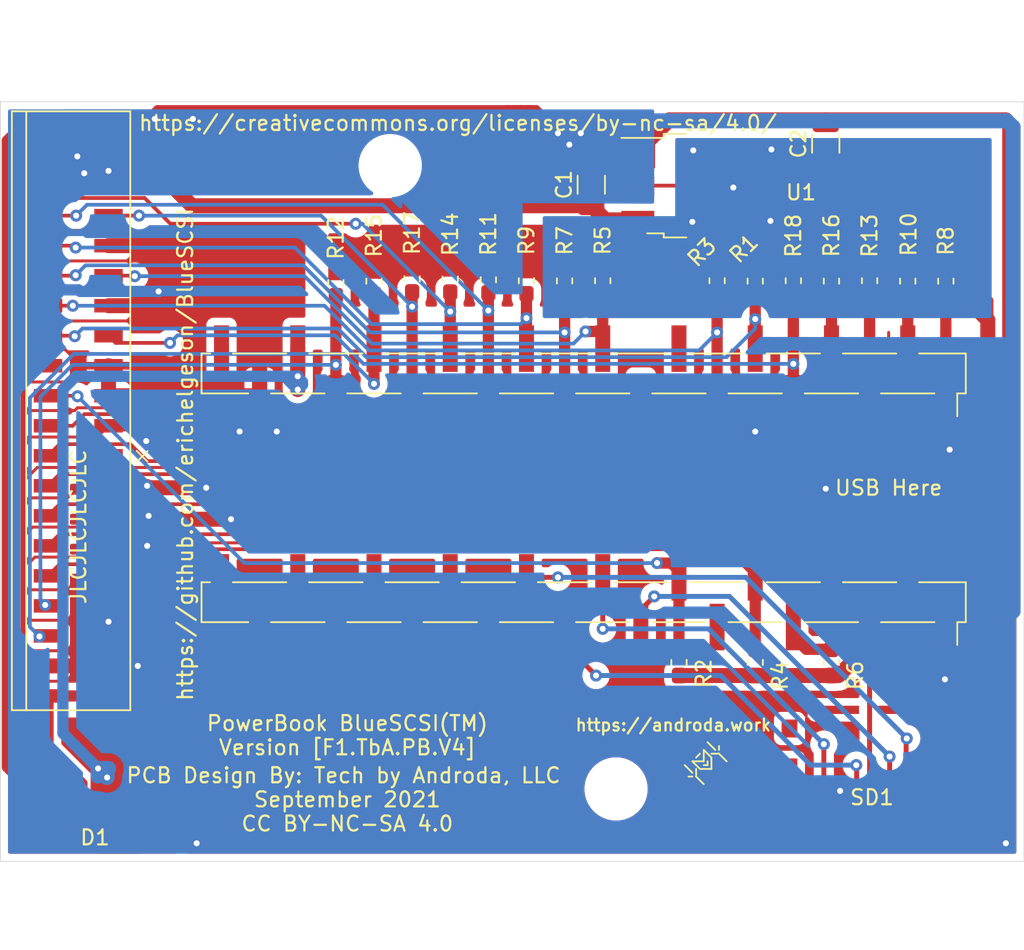
<source format=kicad_pcb>
(kicad_pcb (version 20211014) (generator pcbnew)
  (layers (0 "F.Cu" signal) (31 "B.Cu" signal) (34 "B.Paste" user) (35 "F.Paste" user) (36 "B.SilkS" user "B.Silkscreen") (37 "F.SilkS" user "F.Silkscreen") (38 "B.Mask" user) (39 "F.Mask" user) (44 "Edge.Cuts" user))
  (net 0 "")
  (net 1 "GND")
  (net 2 "Vdrive")
  (net 3 "VBUS")
  (net 4 "+5V")
  (net 5 "Net-(BP1-Pad38)")
  (net 6 "Net-(BP1-Pad37)")
  (net 7 "Net-(BP1-Pad34)")
  (net 8 "Net-(BP1-Pad32)")
  (net 9 "Net-(BP1-Pad31)")
  (net 10 "Net-(BP1-Pad30)")
  (net 11 "Net-(BP1-Pad29)")
  (net 12 "Net-(BP1-Pad28)")
  (net 13 "Net-(BP1-Pad27)")
  (net 14 "Net-(BP1-Pad26)")
  (net 15 "Net-(BP1-Pad25)")
  (net 16 "Net-(BP1-Pad24)")
  (net 17 "Net-(BP1-Pad23)")
  (net 18 "Net-(BP1-Pad22)")
  (net 19 "Net-(BP1-Pad21)")
  (net 20 "Net-(BP1-Pad20)")
  (net 21 "Net-(BP1-Pad9)")
  (net 22 "Net-(BP1-Pad8)")
  (net 23 "Net-(SD1-Pad1)")
  (net 24 "Net-(SD1-Pad8)")
  (net 25 "Net-(SD1-Pad9)")
  (net 26 "Net-(SD1-Pad13)")
  (net 27 "DBP")
  (net 28 "DB2")
  (net 29 "DB3")
  (net 30 "DB5")
  (net 31 "DB7")
  (net 32 "BSY")
  (net 33 "RST")
  (net 34 "SEL")
  (net 35 "REQ")
  (net 36 "DB0")
  (net 37 "DB4")
  (net 38 "DB6")
  (net 39 "ATN")
  (net 40 "ACK")
  (net 41 "MSG")
  (net 42 "CD")
  (net 43 "IO")
  (net 44 "DB1")
  (net 45 "Net-(SD1-Pad10)")
  (net 46 "Net-(SD1-Pad11)")
  (net 47 "Net-(D1-Pad2)")
  (net 48 "Net-(D1-Pad1)")
  (footprint "Package_TO_SOT_SMD:TO-252-3_TabPin2" (layer "F.Cu") (at 111.438 65.786)
    (fp_text reference "U1")
    (fp_text value "AMS1117CD-2.85" hide)
  )
  (footprint "Resistor_SMD:R_0603_1608Metric_Pad1.05x0.95mm_HandSolder" (layer "F.Cu") (at 115.062 72.15 -90)
    (fp_text reference "R1")
    (fp_text value "R_Small" hide)
  )
  (footprint "Resistor_SMD:R_0603_1608Metric_Pad1.05x0.95mm_HandSolder" (layer "F.Cu") (at 109.982 97.550001 90)
    (fp_text reference "R2")
    (fp_text value "R_Small" hide)
  )
  (footprint "Resistor_SMD:R_0603_1608Metric_Pad1.05x0.95mm_HandSolder" (layer "F.Cu") (at 112.522 72.122 -90)
    (fp_text reference "R3")
    (fp_text value "R_Small" hide)
  )
  (footprint "Resistor_SMD:R_0603_1608Metric_Pad1.05x0.95mm_HandSolder" (layer "F.Cu") (at 115.062 97.55 90)
    (fp_text reference "R4")
    (fp_text value "R_Small" hide)
  )
  (footprint "Resistor_SMD:R_0603_1608Metric_Pad1.05x0.95mm_HandSolder" (layer "F.Cu") (at 104.902 72.122 -90)
    (fp_text reference "R5")
    (fp_text value "R_Small" hide)
  )
  (footprint "Resistor_SMD:R_0603_1608Metric_Pad1.05x0.95mm_HandSolder" (layer "F.Cu") (at 120.142 97.55 90)
    (fp_text reference "R6")
    (fp_text value "R_Small" hide)
  )
  (footprint "Resistor_SMD:R_0603_1608Metric_Pad1.05x0.95mm_HandSolder" (layer "F.Cu") (at 102.362 72.136 -90)
    (fp_text reference "R7")
    (fp_text value "R_Small" hide)
  )
  (footprint "Resistor_SMD:R_0603_1608Metric_Pad1.05x0.95mm_HandSolder" (layer "F.Cu") (at 127.762 72.15 -90)
    (fp_text reference "R8")
    (fp_text value "R_Small" hide)
  )
  (footprint "Resistor_SMD:R_0603_1608Metric_Pad1.05x0.95mm_HandSolder" (layer "F.Cu") (at 99.822 72.122 -90)
    (fp_text reference "R9")
    (fp_text value "R_Small" hide)
  )
  (footprint "Resistor_SMD:R_0603_1608Metric_Pad1.05x0.95mm_HandSolder" (layer "F.Cu") (at 125.222 72.15 -90)
    (fp_text reference "R10")
    (fp_text value "R_Small" hide)
  )
  (footprint "Resistor_SMD:R_0603_1608Metric_Pad1.05x0.95mm_HandSolder" (layer "F.Cu") (at 97.282 72.0585 -90)
    (fp_text reference "R11")
    (fp_text value "R_Small" hide)
  )
  (footprint "Resistor_SMD:R_0603_1608Metric_Pad1.05x0.95mm_HandSolder" (layer "F.Cu") (at 87.122 72.249 -90)
    (fp_text reference "R12")
    (fp_text value "R_Small" hide)
  )
  (footprint "Resistor_SMD:R_0603_1608Metric_Pad1.05x0.95mm_HandSolder" (layer "F.Cu") (at 122.682 72.122 -90)
    (fp_text reference "R13")
    (fp_text value "R_Small" hide)
  )
  (footprint "Resistor_SMD:R_0603_1608Metric_Pad1.05x0.95mm_HandSolder" (layer "F.Cu") (at 94.742 72.009 -90)
    (fp_text reference "R14")
    (fp_text value "R_Small" hide)
  )
  (footprint "Resistor_SMD:R_0603_1608Metric_Pad1.05x0.95mm_HandSolder" (layer "F.Cu") (at 89.662 72.15 -90)
    (fp_text reference "R15")
    (fp_text value "R_Small" hide)
  )
  (footprint "Resistor_SMD:R_0603_1608Metric_Pad1.05x0.95mm_HandSolder" (layer "F.Cu") (at 120.142 72.15 -90)
    (fp_text reference "R16")
    (fp_text value "R_Small" hide)
  )
  (footprint "Resistor_SMD:R_0603_1608Metric_Pad1.05x0.95mm_HandSolder" (layer "F.Cu") (at 92.202 71.995 -90)
    (fp_text reference "R17")
    (fp_text value "R_Small" hide)
  )
  (footprint "Resistor_SMD:R_0603_1608Metric_Pad1.05x0.95mm_HandSolder" (layer "F.Cu") (at 117.602 72.122 -90)
    (fp_text reference "R18")
    (fp_text value "R_Small" hide)
  )
  (footprint "CustomFootprints:SMDBluePill_rightLeg1" (layer "F.Cu") (at 103.632 78.2995 -90)
    (fp_text reference "BP1" hide)
    (fp_text value "BlueSCSI")
  )
  (footprint "CustomFootprints:microsd_molex_1051620001" (layer "F.Cu") (at 122.559 104.376)
    (fp_text reference "SD1")
    (fp_text value "MicroSD-105162-0001")
  )
  (footprint "MountingHole:MountingHole_3.2mm_M3" (layer "F.Cu") (at 90.7415 64.4525)
    (fp_text reference "REF**" hide)
    (fp_text value "MountingHole_3.2mm_M3")
  )
  (footprint "MountingHole:MountingHole_3.2mm_M3" (layer "F.Cu") (at 105.791 105.9815)
    (fp_text reference "REF**" hide)
    (fp_text value "MountingHole_3.2mm_M3")
  )
  (footprint "CustomFootprints:PowerBook_BlueSCSI_SMD_Headers" (layer "F.Cu") (at 69.85396 80.82228 180)
    (fp_text reference "J2" hide)
    (fp_text value "PB_SCSI_HD_Pins")
  )
  (footprint "Capacitor_SMD:C_1206_3216Metric" (layer "F.Cu") (at 104.14 65.7255 90)
    (fp_text reference "C1")
    (fp_text value "10uF or greater")
  )
  (footprint "Capacitor_SMD:C_1206_3216Metric" (layer "F.Cu") (at 119.761 62.995 90)
    (fp_text reference "C2")
    (fp_text value "22uF or greater low ESR")
  )
  (footprint "CustomFootprints:SpaceshipBug" (layer "F.Cu") (at 111.379 101.092)
    (fp_text reference "REF**" hide)
    (fp_text value "SpaceshipBug" hide)
  )
  (footprint "CustomFootprints:SOT1061" (layer "F.Cu") (at 68.024 107.061 90)
    (fp_text reference "D1")
    (fp_text value "D_Schottky_x2_KCom_AAK")
  )
  (gr_line (start 73.85558 83.45932) (end 74.57694 84.18068) (layer "F.SilkS") (width 0.12))
  (gr_line (start 73.86828 84.18068) (end 74.57948 83.46948) (layer "F.SilkS") (width 0.12))
  (gr_line (start 132.969 110.8075) (end 132.969 60.198) (layer "Edge.Cuts") (width 0.05))
  (gr_line (start 64.77 60.198) (end 64.77 110.8075) (layer "Edge.Cuts") (width 0.05))
  (gr_line (start 132.969 110.8075) (end 64.77 110.8075) (layer "Edge.Cuts") (width 0.05))
  (gr_line (start 132.969 60.198) (end 64.77 60.198) (layer "Edge.Cuts") (width 0.05))
  (gr_text "PowerBook BlueSCSI(TM)\nVersion [F1.TbA.PB.V4]" (at 87.884 102.4128) (layer "F.SilkS") (effects (font (size 1 1))))
  (gr_text "PCB Design By: Tech by Androda, LLC" (at 87.63 105.0798) (layer "F.SilkS") (effects (font (size 1 1))))
  (gr_text "https://androda.work" (at 109.601 101.727) (layer "F.SilkS") (effects (font (size 0.8 0.8))))
  (gr_text "https://github.com/erichelgeson/BlueSCSI" (at 77.089 83.693 90) (layer "F.SilkS") (effects (font (size 1 1))))
  (gr_text "https://creativecommons.org/licenses/by-nc-sa/4.0/" (at 95.25 61.6204) (layer "F.SilkS") (effects (font (size 1 1))))
  (gr_text "September 2021\nCC BY-NC-SA 4.0" (at 87.884 107.4928) (layer "F.SilkS") (effects (font (size 1 1))))
  (segment (start 69.895491 63.835509) (end 70.947509 63.835509) (width 1) (layer "F.Cu") (net 1))
  (segment (start 70.358 64.9605) (end 69.233009 63.835509) (width 1) (layer "F.Cu") (net 1))
  (segment (start 120.719 106.114) (end 120.719 106.114) (width 0.33) (layer "F.Cu") (net 1))
  (segment (start 74.5525 89.7855) (end 74.601009 89.7855) (width 0.75) (layer "F.Cu") (net 1))
  (segment (start 74.6475 87.7855) (end 74.7045 87.7855) (width 0.75) (layer "F.Cu") (net 1))
  (segment (start 74.546 85.7855) (end 74.546 85.7855) (width 0.75) (layer "F.Cu") (net 1))
  (segment (start 71.975 94.8395) (end 71.975 91.7855) (width 0.75) (layer "F.Cu") (net 1))
  (segment (start 73.925 97.7855) (end 73.925 97.7855) (width 1) (layer "F.Cu") (net 1))
  (segment (start 74.4855 82.804) (end 74.4855 82.804) (width 0.75) (layer "F.Cu") (net 1))
  (segment (start 103.4415 62.2935) (end 106.0255 62.2935) (width 1) (layer "F.Cu") (net 1))
  (segment (start 71.975 64.804) (end 71.975 63.835509) (width 1) (layer "F.Cu") (net 1))
  (segment (start 74.168 61.722) (end 74.168 61.722) (width 0.5) (layer "F.Cu") (net 1))
  (segment (start 74.803 61.087) (end 74.168 61.722) (width 0.5) (layer "F.Cu") (net 1))
  (segment (start 85.677 109.5375) (end 85.677 109.553) (width 1) (layer "F.Cu") (net 1))
  (segment (start 106.0255 62.2935) (end 106.41625 62.68425) (width 1) (layer "F.Cu") (net 1))
  (segment (start 66.61151 68.77049) (end 66.61151 65.11899) (width 0.2) (layer "F.Cu") (net 1))
  (segment (start 75.311 72.8345) (end 73.533 74.6125) (width 0.2) (layer "F.Cu") (net 1))
  (segment (start 71.975 97.7855) (end 70.2355 97.7855) (width 0.2) (layer "F.Cu") (net 1))
  (segment (start 71.975 77.7855) (end 70.4235 77.7855) (width 0.2) (layer "F.Cu") (net 1))
  (segment (start 69.723 94.742) (end 66.675 94.742) (width 0.2) (layer "F.Cu") (net 1))
  (segment (start 98.52149 60.67301) (end 75.21699 60.67301) (width 0.5) (layer "F.Cu") (net 1))
  (segment (start 75.311 72.8345) (end 75.311 70.993) (width 0.2) (layer "F.Cu") (net 1))
  (segment (start 109.3395 61.4045) (end 107.238 63.506) (width 1) (layer "F.Cu") (net 1))
  (segment (start 106.41625 62.68425) (end 107.238 63.506) (width 1) (layer "F.Cu") (net 1))
  (segment (start 69.243511 86.585489) (end 66.830511 86.585489) (width 0.2) (layer "F.Cu") (net 1))
  (segment (start 71.975 65.752) (end 70.612 64.389) (width 1) (layer "F.Cu") (net 1))
  (segment (start 71.975 81.7855) (end 71.224999 82.535501) (width 0.2) (layer "F.Cu") (net 1))
  (segment (start 71.975 64.863) (end 71.975 64.804) (width 1) (layer "F.Cu") (net 1))
  (segment (start 71.975 80.4355) (end 71.825011 80.585489) (width 0.2) (layer "F.Cu") (net 1))
  (segment (start 67.071499 90.535501) (end 66.802 90.805) (width 0.2) (layer "F.Cu") (net 1))
  (segment (start 66.802 90.805) (end 66.675 90.805) (width 0.2) (layer "F.Cu") (net 1))
  (segment (start 101.9175 62.2935) (end 103.4415 62.2935) (width 1) (layer "F.Cu") (net 1))
  (segment (start 71.183 65.7855) (end 70.358 64.9605) (width 1) (layer "F.Cu") (net 1))
  (segment (start 71.975 65.7855) (end 71.975 65.752) (width 1) (layer "F.Cu") (net 1))
  (segment (start 71.975 85.7855) (end 70.0435 85.7855) (width 0.2) (layer "F.Cu") (net 1))
  (segment (start 75.311 72.8345) (end 75.311 70.739) (width 0.2) (layer "F.Cu") (net 1))
  (segment (start 82.042 74.295) (end 82.042 79.9545) (width 1) (layer "F.Cu") (net 1))
  (segment (start 73.533 74.803) (end 66.675 74.803) (width 0.2) (layer "F.Cu") (net 1))
  (segment (start 82.042 81.661) (end 82.55 82.169) (width 1) (layer "F.Cu") (net 1))
  (segment (start 77.5325 69.7855) (end 81.5325 73.7855) (width 1) (layer "F.Cu") (net 1))
  (segment (start 127.762 95.1945) (end 127.762 101.159) (width 1) (layer "F.Cu") (net 1))
  (segment (start 71.975 93.7855) (end 70.6795 93.7855) (width 0.2) (layer "F.Cu") (net 1))
  (segment (start 71.975 87.7855) (end 71.224999 88.535501) (width 0.2) (layer "F.Cu") (net 1))
  (segment (start 66.816499 82.535501) (end 66.802 82.55) (width 0.2) (layer "F.Cu") (net 1))
  (segment (start 102.108 62.2935) (end 103.4415 62.2935) (width 0.5) (layer "F.Cu") (net 1))
  (segment (start 71.975 69.7855) (end 77.5325 69.7855) (width 1) (layer "F.Cu") (net 1))
  (segment (start 103.09349 64.3255) (end 99.441 60.67301) (width 0.5) (layer "F.Cu") (net 1))
  (segment (start 73.533 74.6125) (end 73.533 74.803) (width 0.2) (layer "F.Cu") (net 1))
  (segment (start 107.238 63.506) (end 104.9595 63.506) (width 1) (layer "F.Cu") (net 1))
  (segment (start 71.975 65.7855) (end 71.183 65.7855) (width 1) (layer "F.Cu") (net 1))
  (segment (start 82.042 79.9545) (end 82.042 81.534) (width 1) (layer "F.Cu") (net 1))
  (segment (start 69.909511 80.585489) (end 69.723 80.772) (width 0.2) (layer "F.Cu") (net 1))
  (segment (start 82.042 81.534) (end 81.407 82.169) (width 1) (layer "F.Cu") (net 1))
  (segment (start 131.7625 61.468) (end 132.0165 61.722) (width 1) (layer "F.Cu") (net 1))
  (segment (start 66.61151 76.392012) (end 66.61151 74.73949) (width 0.2) (layer "F.Cu") (net 1))
  (segment (start 131.7625 61.4045) (end 131.7625 61.468) (width 1) (layer "F.Cu") (net 1))
  (segment (start 71.975 89.7855) (end 71.224999 90.535501) (width 0.2) (layer "F.Cu") (net 1))
  (segment (start 120.9675 109.5375) (end 129.2225 109.5375) (width 0.33) (layer "F.Cu") (net 1))
  (segment (start 70.1655 77.7855) (end 69.088 76.708) (width 0.2) (layer "F.Cu") (net 1))
  (segment (start 81.873 79.7855) (end 82.042 79.9545) (width 1) (layer "F.Cu") (net 1))
  (segment (start 78.486 85.9155) (end 74.625991 85.9155) (width 1) (layer "F.Cu") (net 1))
  (segment (start 71.825011 80.585489) (end 69.909511 80.585489) (width 0.2) (layer "F.Cu") (net 1))
  (segment (start 70.3935 91.7855) (end 69.469 92.71) (width 0.2) (layer "F.Cu") (net 1))
  (segment (start 70.0435 85.7855) (end 69.243511 86.585489) (width 0.2) (layer "F.Cu") (net 1))
  (segment (start 127.762 101.159) (end 127.989 101.386) (width 1) (layer "F.Cu") (net 1))
  (segment (start 71.975 87.7855) (end 74.6475 87.7855) (width 0.75) (layer "F.Cu") (net 1))
  (segment (start 104.0765 63.0555) (end 104.0765 63.5635) (width 1) (layer "F.Cu") (net 1))
  (segment (start 125.222 91.694) (end 125.222 91.8845) (width 1) (layer "F.Cu") (net 1))
  (segment (start 70.2355 97.7855) (end 69.215 98.806) (width 0.2) (layer "F.Cu") (net 1))
  (segment (start 120.719 107.946) (end 120.719 106.114) (width 0.33) (layer "F.Cu") (net 1))
  (segment (start 81.5325 73.7855) (end 82.042 74.295) (width 1) (layer "F.Cu") (net 1))
  (segment (start 132.0165 61.722) (end 132.0165 77.4065) (width 1) (layer "F.Cu") (net 1))
  (segment (start 104.14 64.3255) (end 103.9495 64.3255) (width 1) (layer "F.Cu") (net 1))
  (segment (start 69.723 80.772) (end 66.675 80.772) (width 0.2) (layer "F.Cu") (net 1))
  (segment (start 66.61151 70.80251) (end 66.61151 68.77049) (width 0.2) (layer "F.Cu") (net 1))
  (segment (start 71.975 65.7855) (end 71.975 64.863) (width 1) (layer "F.Cu") (net 1))
  (segment (start 69.895491 63.835509) (end 67.945 63.835509) (width 1) (layer "F.Cu") (net 1))
  (segment (start 82.042 79.9545) (end 82.042 81.661) (width 1) (layer "F.Cu") (net 1))
  (segment (start 99.97951 60.67301) (end 101.2825 61.976) (width 0.5) (layer "F.Cu") (net 1))
  (segment (start 73.925 97.7855) (end 85.677 109.5375) (width 1) (layer "F.Cu") (net 1))
  (segment (start 71.975 77.7855) (end 70.1655 77.7855) (width 0.2) (layer "F.Cu") (net 1))
  (segment (start 70.4235 77.7855) (end 69.342 78.867) (width 0.2) (layer "F.Cu") (net 1))
  (segment (start 106.045 63.0555) (end 106.41625 62.68425) (width 1) (layer "F.Cu") (net 1))
  (segment (start 120.719 107.946) (end 120.719 109.278) (width 0.33) (layer "F.Cu") (net 1))
  (segment (start 120.4595 109.5375) (end 116.0145 109.5375) (width 0.33) (layer "F.Cu") (net 1))
  (segment (start 103.9495 64.3255) (end 103.632 64.008) (width 1) (layer "F.Cu") (net 1))
  (segment (start 73.467 81.7855) (end 74.4855 82.804) (width 0.75) (layer "F.Cu") (net 1))
  (segment (start 120.719 109.289) (end 120.9675 109.5375) (width 0.33) (layer "F.Cu") (net 1))
  (segment (start 67.945 97.7855) (end 71.975 97.7855) (width 1) (layer "F.Cu") (net 1))
  (segment (start 70.6795 93.7855) (end 69.723 94.742) (width 0.2) (layer "F.Cu") (net 1))
  (segment (start 99.441 60.67301) (end 98.52149 60.67301) (width 0.5) (layer "F.Cu") (net 1))
  (segment (start 82.55 82.169) (end 83.185 82.169) (width 1) (layer "F.Cu") (net 1))
  (segment (start 75.311 70.739) (end 73.34249 68.77049) (width 0.2) (layer "F.Cu") (net 1))
  (segment (start 74.625991 85.9155) (end 74.546 85.835509) (width 1) (layer "F.Cu") (net 1))
  (segment (start 66.927498 76.708) (end 66.61151 76.392012) (width 0.2) (layer "F.Cu") (net 1))
  (segment (start 71.975 73.7855) (end 81.5325 73.7855) (width 1) (layer "F.Cu") (net 1))
  (segment (start 69.342 78.867) (end 66.548 78.867) (width 0.2) (layer "F.Cu") (net 1))
  (segment (start 102.6795 63.0555) (end 104.0765 63.0555) (width 1) (layer "F.Cu") (net 1))
  (segment (start 66.912499 88.535501) (end 66.675 88.773) (width 0.2) (layer "F.Cu") (net 1))
  (segment (start 99.97951 60.67301) (end 100.23351 60.67301) (width 0.5) (layer "F.Cu") (net 1))
  (segment (start 66.7385 72.8345) (end 66.61151 72.70751) (width 0.2) (layer "F.Cu") (net 1))
  (segment (start 66.830511 86.585489) (end 66.675 86.741) (width 0.2) (layer "F.Cu") (net 1))
  (segment (start 125.222 92.6545) (end 127.762 95.1945) (width 1) (layer "F.Cu") (net 1))
  (segment (start 66.802 82.55) (end 66.421 82.55) (width 0.2) (layer "F.Cu") (net 1))
  (segment (start 123.952 81.274502) (end 123.952 75.565) (width 0.2) (layer "F.Cu") (net 1))
  (segment (start 78.563511 89.584489) (end 114.095489 89.584489) (width 0.2) (layer "F.Cu") (net 1))
  (segment (start 71.975 97.7855) (end 73.925 97.7855) (width 1) (layer "F.Cu") (net 1))
  (segment (start 99.441 60.67301) (end 99.97951 60.67301) (width 0.5) (layer "F.Cu") (net 1))
  (segment (start 98.52149 60.67301) (end 100.48751 60.67301) (width 0.5) (layer "F.Cu") (net 1))
  (segment (start 71.975 81.7855) (end 73.467 81.7855) (width 0.75) (layer "F.Cu") (net 1))
  (segment (start 69.088 76.708) (end 66.927498 76.708) (width 0.2) (layer "F.Cu") (net 1))
  (segment (start 66.675 86.741) (end 66.421 86.741) (width 0.2) (layer "F.Cu") (net 1))
  (segment (start 66.61151 65.11899) (end 67.945 63.7855) (width 0.2) (layer "F.Cu") (net 1))
  (segment (start 78.3625 89.7855) (end 78.563511 89.584489) (width 0.2) (layer "F.Cu") (net 1))
  (segment (start 100.48751 60.67301) (end 102.108 62.2935) (width 0.5) (layer "F.Cu") (net 1))
  (segment (start 80.137 88.011) (end 74.822991 88.011) (width 1) (layer "F.Cu") (net 1))
  (segment (start 67.227988 84.56251) (end 120.663992 84.56251) (width 0.2) (layer "F.Cu") (net 1))
  (segment (start 75.311 70.993) (end 75.12051 70.80251) (width 0.2) (layer "F.Cu") (net 1))
  (segment (start 66.294 86.614) (end 66.294 85.496498) (width 0.2) (layer "F.Cu") (net 1))
  (segment (start 74.5525 89.7855) (end 78.3625 89.7855) (width 0.2) (layer "F.Cu") (net 1))
  (segment (start 71.975 97.7855) (end 71.975 94.8395) (width 0.75) (layer "F.Cu") (net 1))
  (segment (start 81.407 82.169) (end 80.7085 82.169) (width 1) (layer "F.Cu") (net 1))
  (segment (start 119.761 61.4045) (end 131.7625 61.4045) (width 1) (layer "F.Cu") (net 1))
  (segment (start 66.61151 72.70751) (end 66.61151 70.80251) (width 0.2) (layer "F.Cu") (net 1))
  (segment (start 69.215 98.806) (end 66.675 98.806) (width 0.2) (layer "F.Cu") (net 1))
  (segment (start 71.224999 88.535501) (end 66.912499 88.535501) (width 0.2) (layer "F.Cu") (net 1))
  (segment (start 74.822991 88.011) (end 74.6475 87.835509) (width 1) (layer "F.Cu") (net 1))
  (segment (start 71.975 95.7855) (end 70.3305 95.7855) (width 0.2) (layer "F.Cu") (net 1))
  (segment (start 104.14 64.3255) (end 103.09349 64.3255) (width 0.5) (layer "F.Cu") (net 1))
  (segment (start 129.2225 109.5375) (end 129.794 108.966) (width 0.33) (layer "F.Cu") (net 1))
  (segment (start 104.0765 63.5635) (end 103.632 64.008) (width 1) (layer "F.Cu") (net 1))
  (segment (start 66.61151 74.73949) (end 66.61151 72.70751) (width 0.2) (layer "F.Cu") (net 1))
  (segment (start 71.975 89.7855) (end 74.5525 89.7855) (width 0.75) (layer "F.Cu") (net 1))
  (segment (start 71.975 77.7855) (end 71.975 79.7855) (width 1) (layer "F.Cu") (net 1))
  (segment (start 104.9595 63.506) (end 104.14 64.3255) (width 1) (layer "F.Cu") (net 1))
  (segment (start 69.469 92.71) (end 66.675 92.71) (width 0.2) (layer "F.Cu") (net 1))
  (segment (start 71.224999 90.535501) (end 67.071499 90.535501) (width 0.2) (layer "F.Cu") (net 1))
  (segment (start 73.34249 68.77049) (end 66.61151 68.77049) (width 0.2) (layer "F.Cu") (net 1))
  (segment (start 71.975 85.7855) (end 74.546 85.7855) (width 0.75) (layer "F.Cu") (net 1))
  (segment (start 66.294 85.496498) (end 67.227988 84.56251) (width 0.2) (layer "F.Cu") (net 1))
  (segment (start 66.421 86.741) (end 66.294 86.614) (width 0.2) (layer "F.Cu") (net 1))
  (segment (start 66.61151 74.73951) (end 66.61151 74.73949) (width 0.2) (layer "F.Cu") (net 1))
  (segment (start 103.632 64.008) (end 102.6795 63.0555) (width 1) (layer "F.Cu") (net 1))
  (segment (start 71.975 79.7855) (end 81.873 79.7855) (width 1) (layer "F.Cu") (net 1))
  (segment (start 104.0765 63.0555) (end 106.045 63.0555) (width 1) (layer "F.Cu") (net 1))
  (segment (start 70.947509 63.835509) (end 71.975 64.863) (width 1) (layer "F.Cu") (net 1))
  (segment (start 114.095489 89.584489) (end 114.3 89.789) (width 0.2) (layer "F.Cu") (net 1))
  (segment (start 119.761 61.4045) (end 109.3395 61.4045) (width 1) (layer "F.Cu") (net 1))
  (segment (start 120.663992 84.56251) (end 123.952 81.274502) (width 0.2) (layer "F.Cu") (net 1))
  (segment (start 70.3305 95.7855) (end 69.342 96.774) (width 0.2) (layer "F.Cu") (net 1))
  (segment (start 71.975 91.7855) (end 70.3935 91.7855) (width 0.2) (layer "F.Cu") (net 1))
  (segment (start 120.719 107.946) (end 120.719 109.289) (width 0.33) (layer "F.Cu") (net 1))
  (segment (start 71.975 79.7855) (end 71.975 80.4355) (width 0.2) (layer "F.Cu") (net 1))
  (segment (start 129.794 108.966) (end 129.794 103.191) (width 0.33) (layer "F.Cu") (net 1))
  (segment (start 75.311 72.8345) (end 66.7385 72.8345) (width 0.2) (layer "F.Cu") (net 1))
  (segment (start 129.794 103.191) (end 127.989 101.386) (width 0.33) (layer "F.Cu") (net 1))
  (segment (start 69.233009 63.835509) (end 69.895491 63.835509) (width 1) (layer "F.Cu") (net 1))
  (segment (start 120.719 109.278) (end 120.4595 109.5375) (width 0.33) (layer "F.Cu") (net 1))
  (segment (start 75.21699 60.67301) (end 74.803 61.087) (width 0.5) (layer "F.Cu") (net 1))
  (segment (start 75.12051 70.80251) (end 66.61151 70.80251) (width 0.2) (layer "F.Cu") (net 1))
  (segment (start 69.342 96.774) (end 66.675 96.774) (width 0.2) (layer "F.Cu") (net 1))
  (segment (start 66.675 74.803) (end 66.61151 74.73951) (width 0.2) (layer "F.Cu") (net 1))
  (segment (start 125.222 91.8845) (end 125.222 92.6545) (width 1) (layer "F.Cu") (net 1))
  (segment (start 71.224999 82.535501) (end 66.816499 82.535501) (width 0.2) (layer "F.Cu") (net 1))
  (via (at 120.719 106.114) (size 0.8) (drill 0.4) (layers "F.Cu" "B.Cu") (net 1))
  (via (at 77.597 61.341) (size 0.8) (drill 0.4) (layers "F.Cu" "B.Cu") (net 1))
  (via (at 115.062 82.169) (size 0.8) (drill 0.4) (layers "F.Cu" "B.Cu") (net 1))
  (via (at 77.851 109.601) (size 0.8) (drill 0.4) (layers "F.Cu" "B.Cu") (net 1))
  (via (at 127.6985 98.679) (size 0.8) (drill 0.4) (layers "F.Cu" "B.Cu") (net 1))
  (via (at 83.185 82.169) (size 0.8) (drill 0.4) (layers "F.Cu" "B.Cu") (net 1))
  (via (at 74.4855 82.804) (size 0.8) (drill 0.4) (layers "F.Cu" "B.Cu") (net 1))
  (via (at 78.486 85.9155) (size 0.8) (drill 0.4) (layers "F.Cu" "B.Cu") (net 1))
  (via (at 74.6475 87.7855) (size 0.8) (drill 0.4) (layers "F.Cu" "B.Cu") (net 1))
  (via (at 71.975 94.8395) (size 0.8) (drill 0.4) (layers "F.Cu" "B.Cu") (net 1))
  (via (at 75.057 61.341) (size 0.8) (drill 0.4) (layers "F.Cu" "B.Cu") (net 1))
  (via (at 75.311 72.8345) (size 0.8) (drill 0.4) (layers "F.Cu" "B.Cu") (net 1))
  (via (at 128.016 83.3755) (size 0.8) (drill 0.4) (layers "F.Cu" "B.Cu") (net 1))
  (via (at 74.5525 89.7855) (size 0.8) (drill 0.4) (layers "F.Cu" "B.Cu") (net 1))
  (via (at 80.137 88.011) (size 0.8) (drill 0.4) (layers "F.Cu" "B.Cu") (net 1))
  (via (at 101.9175 62.2935) (size 0.8) (drill 0.4) (layers "F.Cu" "B.Cu") (net 1))
  (via (at 71.975 64.804) (size 0.8) (drill 0.4) (layers "F.Cu" "B.Cu") (net 1))
  (via (at 73.925 97.7855) (size 0.8) (drill 0.4) (layers "F.Cu" "B.Cu") (net 1))
  (via (at 131.7625 109.601) (size 0.8) (drill 0.4) (layers "F.Cu" "B.Cu") (net 1))
  (via (at 102.6795 63.0555) (size 0.8) (drill 0.4) (layers "F.Cu" "B.Cu") (net 1))
  (via (at 103.4415 62.2935) (size 0.8) (drill 0.4) (layers "F.Cu" "B.Cu") (net 1))
  (via (at 74.546 85.7855) (size 0.8) (drill 0.4) (layers "F.Cu" "B.Cu") (net 1))
  (via (at 119.761 85.979) (size 0.8) (drill 0.4) (layers "F.Cu" "B.Cu") (net 1))
  (via (at 80.7085 82.169) (size 0.8) (drill 0.4) (layers "F.Cu" "B.Cu") (net 1))
  (via (at 70.358 64.9605) (size 0.8) (drill 0.4) (layers "F.Cu" "B.Cu") (net 1))
  (via (at 69.895491 63.835509) (size 0.8) (drill 0.4) (layers "F.Cu" "B.Cu") (net 1))
  (segment (start 102.6795 63.0555) (end 102.6795 63.0555) (width 1) (layer "B.Cu") (net 1))
  (segment (start 101.9175 62.2935) (end 102.6795 63.0555) (width 1) (layer "B.Cu") (net 1))
  (segment (start 127.6985 98.679) (end 127.6985 98.679) (width 1) (layer "B.Cu") (net 1))
  (segment (start 72.263 61.468) (end 101.092 61.468) (width 1) (layer "B.Cu") (net 1))
  (segment (start 101.5365 63.0555) (end 95.885 68.707) (width 0.2) (layer "B.Cu") (net 1))
  (segment (start 101.092 61.468) (end 101.9175 62.2935) (width 1) (layer "B.Cu") (net 1))
  (segment (start 69.895491 63.835509) (end 69.895491 64.497991) (width 1) (layer "B.Cu") (net 1))
  (segment (start 70.086502 72.8345) (end 69.982003 72.730001) (width 0.75) (layer "B.Cu") (net 1))
  (segment (start 68.239999 69.047001) (end 85.684001 69.047001) (width 0.2) (layer "B.Cu") (net 1))
  (segment (start 70.4215 63.3095) (end 72.263 61.468) (width 1) (layer "B.Cu") (net 1))
  (segment (start 69.895491 63.835509) (end 70.4215 63.3095) (width 1) (layer "B.Cu") (net 1))
  (segment (start 101.092 61.468) (end 108.0135 61.468) (width 1) (layer "B.Cu") (net 1))
  (segment (start 69.982003 72.730001) (end 68.239999 72.730001) (width 0.75) (layer "B.Cu") (net 1))
  (segment (start 68.239999 72.730001) (end 68.094501 72.730001) (width 0.75) (layer "B.Cu") (net 1))
  (segment (start 131.826 61.468) (end 132.24399 61.88599) (width 1) (layer "B.Cu") (net 1))
  (segment (start 85.684001 69.047001) (end 90.551 73.914) (width 0.2) (layer "B.Cu") (net 1))
  (segment (start 132.24399 61.88599) (end 132.24399 94.13351) (width 1) (layer "B.Cu") (net 1))
  (segment (start 132.24399 94.13351) (end 127.6985 98.679) (width 1) (layer "B.Cu") (net 1))
  (segment (start 70.4215 63.3095) (end 70.4215 64.897) (width 1) (layer "B.Cu") (net 1))
  (segment (start 70.4215 64.897) (end 70.358 64.9605) (width 1) (layer "B.Cu") (net 1))
  (segment (start 102.6795 63.0555) (end 101.5365 63.0555) (width 0.2) (layer "B.Cu") (net 1))
  (segment (start 75.311 72.8345) (end 70.086502 72.8345) (width 0.75) (layer "B.Cu") (net 1))
  (segment (start 68.239999 72.730001) (end 68.239999 69.047001) (width 0.2) (layer "B.Cu") (net 1))
  (segment (start 108.0135 61.468) (end 131.826 61.468) (width 1) (layer "B.Cu") (net 1))
  (segment (start 67.945 77.7855) (end 66.495 77.7855) (width 0.5) (layer "F.Cu") (net 2))
  (segment (start 66.549001 62.885499) (end 73.291499 62.885499) (width 0.5) (layer "F.Cu") (net 2))
  (segment (start 104.14 67.1255) (end 77.5315 67.1255) (width 1) (layer "F.Cu") (net 2))
  (segment (start 66.0615 77.352) (end 66.0615 63.373) (width 0.5) (layer "F.Cu") (net 2))
  (segment (start 107.238 68.066) (end 105.0805 68.066) (width 1) (layer "F.Cu") (net 2))
  (segment (start 66.0615 63.373) (end 66.549001 62.885499) (width 0.5) (layer "F.Cu") (net 2))
  (segment (start 73.783 63.377) (end 77.2715 66.8655) (width 0.5) (layer "F.Cu") (net 2))
  (segment (start 77.5315 67.1255) (end 73.783 63.377) (width 1) (layer "F.Cu") (net 2))
  (segment (start 105.0805 68.066) (end 104.14 67.1255) (width 1) (layer "F.Cu") (net 2))
  (segment (start 73.291499 62.885499) (end 73.783 63.377) (width 0.5) (layer "F.Cu") (net 2))
  (segment (start 66.495 77.7855) (end 66.0615 77.352) (width 0.5) (layer "F.Cu") (net 2))
  (segment (start 110.0455 65.786) (end 113.538 65.786) (width 0.25) (layer "F.Cu") (net 3))
  (segment (start 97.0915 70.993) (end 97.282 71.1835) (width 1) (layer "F.Cu") (net 3))
  (segment (start 99.2365 71.1835) (end 104.8385 71.1835) (width 0.75) (layer "F.Cu") (net 3))
  (segment (start 87.63 70.612) (end 88.999 70.612) (width 0.75) (layer "F.Cu") (net 3))
  (segment (start 130.556 74.7395) (end 130.556 73.4695) (width 0.75) (layer "F.Cu") (net 3))
  (segment (start 121.4755 92.545998) (end 130.556 83.465498) (width 1) (layer "F.Cu") (net 3))
  (segment (start 87.122 71.12) (end 87.63 70.612) (width 0.75) (layer "F.Cu") (net 3))
  (segment (start 115.1195 64.2045) (end 113.538 65.786) (width 0.25) (layer "F.Cu") (net 3))
  (segment (start 94.742 70.993) (end 95.9485 70.993) (width 1) (layer "F.Cu") (net 3))
  (segment (start 117.85 64.2045) (end 115.669501 64.2045) (width 1) (layer "F.Cu") (net 3))
  (segment (start 117.85 64.2045) (end 115.1195 64.2045) (width 0.25) (layer "F.Cu") (net 3))
  (segment (start 120.617 98.425) (end 121.4755 97.5665) (width 1) (layer "F.Cu") (net 3))
  (segment (start 107.238 65.786) (end 110.0455 65.786) (width 0.25) (layer "F.Cu") (net 3))
  (segment (start 114.088001 65.786) (end 115.669501 64.2045) (width 0.25) (layer "F.Cu") (net 3))
  (segment (start 95.9485 70.993) (end 97.0915 70.993) (width 1) (layer "F.Cu") (net 3))
  (segment (start 130.556 83.465498) (end 130.556 74.7395) (width 1) (layer "F.Cu") (net 3))
  (segment (start 109.982 98.425001) (end 110.457001 98.425) (width 1) (layer "F.Cu") (net 3))
  (segment (start 92.202 71.12) (end 87.376 71.12) (width 0.75) (layer "F.Cu") (net 3))
  (segment (start 119.761 64.2045) (end 119.761 71.4515) (width 1) (layer "F.Cu") (net 3))
  (segment (start 110.457001 98.425) (end 120.142 98.425) (width 1) (layer "F.Cu") (net 3))
  (segment (start 121.4755 97.5665) (end 121.4755 92.545998) (width 1) (layer "F.Cu") (net 3))
  (segment (start 87.376 71.12) (end 87.122 71.374) (width 0.75) (layer "F.Cu") (net 3))
  (segment (start 87.122 71.374) (end 87.122 71.12) (width 0.75) (layer "F.Cu") (net 3))
  (segment (start 130.556 74.7395) (end 129.568 73.7515) (width 1) (layer "F.Cu") (net 3))
  (segment (start 119.761 64.2045) (end 117.85 64.2045) (width 1) (layer "F.Cu") (net 3))
  (segment (start 89.56116 70.358) (end 89.662 70.358) (width 1) (layer "F.Cu") (net 3))
  (segment (start 113.538 65.786) (end 114.088001 65.786) (width 0.25) (layer "F.Cu") (net 3))
  (segment (start 89.662 71.275) (end 89.662 70.358) (width 0.5) (layer "F.Cu") (net 3))
  (segment (start 91.44 70.358) (end 92.202 71.12) (width 1) (layer "F.Cu") (net 3))
  (segment (start 89.662 70.358) (end 91.44 70.358) (width 1) (layer "F.Cu") (net 3))
  (segment (start 120.142 98.425) (end 120.617 98.425) (width 1) (layer "F.Cu") (net 3))
  (segment (start 92.202 71.12) (end 92.329 71.12) (width 1) (layer "F.Cu") (net 3))
  (segment (start 104.8385 71.1835) (end 104.902 71.247) (width 1) (layer "F.Cu") (net 3))
  (segment (start 97.282 71.1835) (end 99.2365 71.1835) (width 1) (layer "F.Cu") (net 3))
  (segment (start 97.282 71.1835) (end 104.8385 71.1835) (width 1) (layer "F.Cu") (net 3))
  (segment (start 88.999 70.612) (end 89.662 71.275) (width 0.75) (layer "F.Cu") (net 3))
  (via (at 110.9345 63.4365) (size 0.8) (drill 0.4) (layers "F.Cu" "B.Cu") (net 3))
  (via (at 113.6015 65.913) (size 0.8) (drill 0.4) (layers "F.Cu" "B.Cu") (net 3))
  (via (at 110.871 68.199) (size 0.8) (drill 0.4) (layers "F.Cu" "B.Cu") (net 3))
  (via (at 116.1415 63.373) (size 0.8) (drill 0.4) (layers "F.Cu" "B.Cu") (net 3))
  (via (at 116.078 68.1355) (size 0.8) (drill 0.4) (layers "F.Cu" "B.Cu") (net 3))
  (segment (start 84.582 79.375) (end 84.582 79.375) (width 0.75) (layer "F.Cu") (net 4))
  (segment (start 72.024 107.011) (end 71.374 107.011) (width 0.75) (layer "F.Cu") (net 4))
  (segment (start 71.27875 101.69525) (end 71.3105 101.727) (width 1) (layer "F.Cu") (net 4))
  (segment (start 76.708 102.108) (end 76.708 109.474) (width 0.5) (layer "F.Cu") (net 4))
  (segment (start 76.29525 101.69525) (end 76.708 102.108) (width 0.5) (layer "F.Cu") (net 4))
  (segment (start 71.27875 105.31475) (end 71.27875 104.61625) (width 0.75) (layer "F.Cu") (net 4))
  (segment (start 71.27875 104.61625) (end 71.27875 105.88625) (width 1) (layer "F.Cu") (net 4))
  (segment (start 71.27875 104.61625) (end 71.5645 104.902) (width 0.75) (layer "F.Cu") (net 4))
  (segment (start 84.582 79.375) (end 84.582 78.867) (width 1) (layer "F.Cu") (net 4))
  (segment (start 84.582 76.6445) (end 84.582 78.486) (width 0.75) (layer "F.Cu") (net 4))
  (segment (start 71.374 109.347) (end 71.247 109.474) (width 0.5) (layer "F.Cu") (net 4))
  (segment (start 71.27875 104.61625) (end 71.27875 101.69525) (width 1) (layer "F.Cu") (net 4))
  (segment (start 71.27875 101.69525) (end 76.29525 101.69525) (width 0.5) (layer "F.Cu") (net 4))
  (segment (start 84.582 78.867) (end 84.582 76.6445) (width 1) (layer "F.Cu") (net 4))
  (segment (start 71.374 105.9815) (end 71.27875 105.88625) (width 1) (layer "F.Cu") (net 4))
  (segment (start 71.374 107.011) (end 71.374 105.9815) (width 1) (layer "F.Cu") (net 4))
  (segment (start 71.374 109.347) (end 71.374 107.011) (width 1) (layer "F.Cu") (net 4))
  (segment (start 71.8185 105.283) (end 71.882 105.2195) (width 0.75) (layer "F.Cu") (net 4))
  (segment (start 76.708 109.474) (end 72.517 109.474) (width 0.5) (layer "F.Cu") (net 4))
  (via (at 71.27875 104.61625) (size 0.8) (drill 0.4) (layers "F.Cu" "B.Cu") (net 4))
  (via (at 71.882 105.2195) (size 0.8) (drill 0.4) (layers "F.Cu" "B.Cu") (net 4))
  (via (at 84.582 79.375) (size 0.8) (drill 0.4) (layers "F.Cu" "B.Cu") (net 4))
  (via (at 84.582 78.486) (size 0.8) (drill 0.4) (layers "F.Cu" "B.Cu") (net 4))
  (segment (start 71.882 104.7115) (end 71.882 105.2195) (width 1) (layer "B.Cu") (net 4))
  (segment (start 68.938499 79.351499) (end 68.938499 102.275999) (width 0.75) (layer "B.Cu") (net 4))
  (segment (start 83.5025 78.486) (end 69.803998 78.486) (width 0.75) (layer "B.Cu") (net 4))
  (segment (start 84.8995 79.0575) (end 84.582 79.375) (width 0.75) (layer "B.Cu") (net 4))
  (segment (start 83.693 78.486) (end 84.582 79.375) (width 0.75) (layer "B.Cu") (net 4))
  (segment (start 69.803998 78.486) (end 68.938499 79.351499) (width 0.75) (layer "B.Cu") (net 4))
  (segment (start 71.27875 104.61625) (end 71.97725 104.61625) (width 1) (layer "B.Cu") (net 4))
  (segment (start 71.97725 104.61625) (end 71.882 104.7115) (width 1) (layer "B.Cu") (net 4))
  (segment (start 71.27875 104.61625) (end 71.27875 105.12425) (width 1) (layer "B.Cu") (net 4))
  (segment (start 84.582 78.486) (end 84.582 78.5495) (width 0.75) (layer "B.Cu") (net 4))
  (segment (start 84.582 78.486) (end 83.5025 78.486) (width 0.75) (layer "B.Cu") (net 4))
  (segment (start 83.5025 78.486) (end 83.693 78.486) (width 0.75) (layer "B.Cu") (net 4))
  (segment (start 84.8995 78.867) (end 84.8995 79.0575) (width 0.75) (layer "B.Cu") (net 4))
  (segment (start 84.582 78.5495) (end 84.8995 78.867) (width 0.75) (layer "B.Cu") (net 4))
  (segment (start 68.938499 102.275999) (end 71.27875 104.61625) (width 0.75) (layer "B.Cu") (net 4))
  (segment (start 122.682 95.1945) (end 122.682 107.709) (width 0.33) (layer "F.Cu") (net 5))
  (segment (start 122.682 107.709) (end 122.919 107.946) (width 0.33) (layer "F.Cu") (net 5))
  (segment (start 108.331 93.1545) (end 108.331 93.1545) (width 0.33) (layer "F.Cu") (net 8))
  (segment (start 107.442 95.1945) (end 107.442 94.0435) (width 0.33) (layer "F.Cu") (net 8))
  (segment (start 124.019 107.946) (end 124.019 103.826) (width 0.33) (layer "F.Cu") (net 8))
  (segment (start 107.442 94.0435) (end 108.331 93.1545) (width 0.33) (layer "F.Cu") (net 8))
  (segment (start 124.019 103.826) (end 124.0155 103.8225) (width 0.33) (layer "F.Cu") (net 8))
  (via (at 108.331 93.1545) (size 0.8) (drill 0.4) (layers "F.Cu" "B.Cu") (net 8))
  (via (at 124.0155 103.8225) (size 0.8) (drill 0.4) (layers "F.Cu" "B.Cu") (net 8))
  (segment (start 124.0155 103.8225) (end 124.0155 103.8225) (width 0.33) (layer "B.Cu") (net 8))
  (segment (start 113.3475 93.1545) (end 124.0155 103.8225) (width 0.33) (layer "B.Cu") (net 8))
  (segment (start 108.331 93.1545) (end 113.3475 93.1545) (width 0.33) (layer "B.Cu") (net 8))
  (segment (start 104.902 95.3135) (end 104.902 95.3135) (width 0.33) (layer "F.Cu") (net 9))
  (segment (start 119.634 102.997) (end 119.634 107.931) (width 0.33) (layer "F.Cu") (net 9))
  (segment (start 104.902 91.8845) (end 104.902 95.3135) (width 0.33) (layer "F.Cu") (net 9))
  (segment (start 119.634 107.931) (end 119.619 107.946) (width 0.33) (layer "F.Cu") (net 9))
  (via (at 104.902 95.3135) (size 0.8) (drill 0.4) (layers "F.Cu" "B.Cu") (net 9))
  (via (at 119.634 102.997) (size 0.8) (drill 0.4) (layers "F.Cu" "B.Cu") (net 9))
  (segment (start 119.634 102.997) (end 119.634 102.997) (width 0.33) (layer "B.Cu") (net 9))
  (segment (start 111.9505 95.3135) (end 119.634 102.997) (width 0.33) (layer "B.Cu") (net 9))
  (segment (start 104.902 95.3135) (end 111.9505 95.3135) (width 0.33) (layer "B.Cu") (net 9))
  (segment (start 104.4575 98.425) (end 104.4575 98.425) (width 0.33) (layer "F.Cu") (net 10))
  (segment (start 121.819 107.946) (end 121.819 104.42) (width 0.33) (layer "F.Cu") (net 10))
  (segment (start 102.362 96.3295) (end 104.4575 98.425) (width 0.33) (layer "F.Cu") (net 10))
  (segment (start 121.819 104.42) (end 121.793 104.394) (width 0.33) (layer "F.Cu") (net 10))
  (segment (start 102.362 95.1945) (end 102.362 96.3295) (width 0.33) (layer "F.Cu") (net 10))
  (segment (start 121.819 107.946) (end 121.819 106.019) (width 0.33) (layer "F.Cu") (net 10))
  (via (at 121.793 104.394) (size 0.8) (drill 0.4) (layers "F.Cu" "B.Cu") (net 10))
  (via (at 104.4575 98.425) (size 0.8) (drill 0.4) (layers "F.Cu" "B.Cu") (net 10))
  (segment (start 121.793 104.394) (end 121.793 104.394) (width 0.33) (layer "B.Cu") (net 10))
  (segment (start 104.4575 98.425) (end 112.776 98.425) (width 0.33) (layer "B.Cu") (net 10))
  (segment (start 118.745 104.394) (end 121.793 104.394) (width 0.33) (layer "B.Cu") (net 10))
  (segment (start 112.776 98.425) (end 118.745 104.394) (width 0.33) (layer "B.Cu") (net 10))
  (segment (start 101.9175 91.8845) (end 101.9175 91.8845) (width 0.33) (layer "F.Cu") (net 11))
  (segment (start 125.119 107.946) (end 125.119 102.6555) (width 0.33) (layer "F.Cu") (net 11))
  (segment (start 99.822 91.8845) (end 101.9175 91.8845) (width 0.33) (layer "F.Cu") (net 11))
  (segment (start 125.119 102.6555) (end 125.1585 102.616) (width 0.33) (layer "F.Cu") (net 11))
  (via (at 125.1585 102.616) (size 0.8) (drill 0.4) (layers "F.Cu" "B.Cu") (net 11))
  (via (at 101.9175 91.8845) (size 0.8) (drill 0.4) (layers "F.Cu" "B.Cu") (net 11))
  (segment (start 125.1585 102.616) (end 125.1585 102.616) (width 0.33) (layer "B.Cu") (net 11))
  (segment (start 101.9175 91.8845) (end 114.427 91.8845) (width 0.33) (layer "B.Cu") (net 11))
  (segment (start 114.427 91.8845) (end 125.1585 102.616) (width 0.33) (layer "B.Cu") (net 11))
  (segment (start 108.5215 90.932) (end 108.5215 90.932) (width 0.75) (layer "F.Cu") (net 27))
  (segment (start 69.8795 79.7855) (end 69.9135 79.8195) (width 0.25) (layer "F.Cu") (net 27))
  (segment (start 67.945 79.7855) (end 69.8795 79.7855) (width 0.25) (layer "F.Cu") (net 27))
  (segment (start 109.982 91.8845) (end 109.982 96.675001) (width 0.75) (layer "F.Cu") (net 27))
  (segment (start 109.982 91.8845) (end 109.982 91.44) (width 0.75) (layer "F.Cu") (net 27))
  (segment (start 109.982 91.44) (end 109.474 90.932) (width 0.75) (layer "F.Cu") (net 27))
  (segment (start 109.474 90.932) (end 108.5215 90.932) (width 0.75) (layer "F.Cu") (net 27))
  (via (at 69.9135 79.8195) (size 0.8) (drill 0.4) (layers "F.Cu" "B.Cu") (net 27))
  (via (at 108.5215 90.932) (size 0.8) (drill 0.4) (layers "F.Cu" "B.Cu") (net 27))
  (segment (start 69.9135 79.8195) (end 69.9135 79.8195) (width 0.25) (layer "B.Cu") (net 27))
  (segment (start 81.026 90.932) (end 69.9135 79.8195) (width 0.25) (layer "B.Cu") (net 27))
  (segment (start 108.5215 90.932) (end 81.026 90.932) (width 0.25) (layer "B.Cu") (net 27))
  (segment (start 77.740999 91.010499) (end 78.741999 90.009499) (width 0.25) (layer "F.Cu") (net 28))
  (segment (start 68.720001 91.010499) (end 77.740999 91.010499) (width 0.25) (layer "F.Cu") (net 28))
  (segment (start 78.741999 90.009499) (end 113.186999 90.009499) (width 0.25) (layer "F.Cu") (net 28))
  (segment (start 113.186999 90.009499) (end 115.062 91.8845) (width 0.25) (layer "F.Cu") (net 28))
  (segment (start 67.945 91.7855) (end 68.720001 91.010499) (width 0.25) (layer "F.Cu") (net 28))
  (segment (start 115.062 91.8845) (end 115.062 96.675) (width 0.75) (layer "F.Cu") (net 28))
  (segment (start 117.602 91.789498) (end 117.602 95.1945) (width 0.25) (layer "F.Cu") (net 29))
  (segment (start 118.463 96.675) (end 117.602 95.814) (width 0.75) (layer "F.Cu") (net 29))
  (segment (start 67.945 89.7855) (end 68.720001 89.010499) (width 0.25) (layer "F.Cu") (net 29))
  (segment (start 114.823001 89.010499) (end 117.602 91.789498) (width 0.25) (layer "F.Cu") (net 29))
  (segment (start 68.720001 89.010499) (end 114.823001 89.010499) (width 0.25) (layer "F.Cu") (net 29))
  (segment (start 117.602 95.814) (end 117.602 95.1945) (width 0.75) (layer "F.Cu") (net 29))
  (segment (start 120.142 96.675) (end 118.463 96.675) (width 0.75) (layer "F.Cu") (net 29))
  (segment (start 67.945 85.7855) (end 68.720001 85.010499) (width 0.25) (layer "F.Cu") (net 30))
  (segment (start 125.222 74.2315) (end 125.222 76.6445) (width 0.75) (layer "F.Cu") (net 30))
  (segment (start 125.222 73.025) (end 125.222 74.2315) (width 0.75) (layer "F.Cu") (net 30))
  (segment (start 125.222 82.3595) (end 125.222 76.6445) (width 0.25) (layer "F.Cu") (net 30))
  (segment (start 68.720001 85.010499) (end 122.571001 85.010499) (width 0.25) (layer "F.Cu") (net 30))
  (segment (start 122.571001 85.010499) (end 125.222 82.3595) (width 0.25) (layer "F.Cu") (net 30))
  (segment (start 120.142 81.407) (end 120.142 81.407) (width 0.25) (layer "F.Cu") (net 31))
  (segment (start 69.5935 81.7855) (end 69.5935 81.7855) (width 0.25) (layer "F.Cu") (net 31))
  (segment (start 120.142 76.6445) (end 120.142 81.407) (width 0.25) (layer "F.Cu") (net 31))
  (segment (start 69.5935 81.7855) (end 70.368501 81.010499) (width 0.25) (layer "F.Cu") (net 31))
  (segment (start 70.368501 81.010499) (end 74.025499 81.010499) (width 0.25) (layer "F.Cu") (net 31))
  (segment (start 120.142 76.6445) (end 120.142 73.5825) (width 0.75) (layer "F.Cu") (net 31))
  (segment (start 76.3905 83.3755) (end 118.1735 83.3755) (width 0.25) (layer "F.Cu") (net 31))
  (segment (start 118.1735 83.3755) (end 120.142 81.407) (width 0.25) (layer "F.Cu") (net 31))
  (segment (start 74.025499 81.010499) (end 76.3905 83.3755) (width 0.25) (layer "F.Cu") (net 31))
  (segment (start 67.945 81.7855) (end 69.5935 81.7855) (width 0.25) (layer "F.Cu") (net 31))
  (segment (start 115.062 74.676) (end 115.062 73.519) (width 0.75) (layer "F.Cu") (net 32))
  (segment (start 115.062 76.6445) (end 115.062 74.676) (width 0.75) (layer "F.Cu") (net 32))
  (segment (start 67.945 75.7855) (end 69.753 75.7855) (width 0.25) (layer "F.Cu") (net 32))
  (via (at 69.723 75.819) (size 0.8) (drill 0.4) (layers "F.Cu" "B.Cu") (net 32))
  (via (at 115.062 74.676) (size 0.8) (drill 0.4) (layers "F.Cu" "B.Cu") (net 32))
  (segment (start 69.723 75.819) (end 69.723 75.819) (width 0.25) (layer "B.Cu") (net 32))
  (segment (start 70.23651 75.30549) (end 69.723 75.819) (width 0.25) (layer "B.Cu") (net 32))
  (segment (start 115.062 74.676) (end 115.062 75.304502) (width 0.25) (layer "B.Cu") (net 32))
  (segment (start 113.156012 77.21049) (end 89.15131 77.21049) (width 0.25) (layer "B.Cu") (net 32))
  (segment (start 87.24631 75.30549) (end 70.23651 75.30549) (width 0.25) (layer "B.Cu") (net 32))
  (segment (start 115.062 75.304502) (end 113.156012 77.21049) (width 0.25) (layer "B.Cu") (net 32))
  (segment (start 89.15131 77.21049) (end 87.24631 75.30549) (width 0.25) (layer "B.Cu") (net 32))
  (segment (start 104.902 74.676) (end 104.902 73.519) (width 0.75) (layer "F.Cu") (net 33))
  (segment (start 103.759 75.5015) (end 104.902 75.5015) (width 0.75) (layer "F.Cu") (net 33))
  (segment (start 104.902 74.676) (end 104.902 76.6445) (width 0.75) (layer "F.Cu") (net 33))
  (segment (start 71.975 71.7855) (end 73.6905 71.7855) (width 0.25) (layer "F.Cu") (net 33))
  (segment (start 73.6905 71.7855) (end 73.7235 71.8185) (width 0.25) (layer "F.Cu") (net 33))
  (via (at 73.7235 71.8185) (size 0.8) (drill 0.4) (layers "F.Cu" "B.Cu") (net 33))
  (via (at 103.759 75.5015) (size 0.8) (drill 0.4) (layers "F.Cu" "B.Cu") (net 33))
  (segment (start 73.7235 71.8185) (end 73.7235 71.8185) (width 0.25) (layer "B.Cu") (net 33))
  (segment (start 85.03214 71.8185) (end 73.7235 71.8185) (width 0.25) (layer "B.Cu") (net 33))
  (segment (start 89.52411 76.31047) (end 85.03214 71.8185) (width 0.25) (layer "B.Cu") (net 33))
  (segment (start 103.759 75.5015) (end 102.95003 76.31047) (width 0.25) (layer "B.Cu") (net 33))
  (segment (start 102.95003 76.31047) (end 102.75953 76.31047) (width 0.25) (layer "B.Cu") (net 33))
  (segment (start 102.75953 76.31047) (end 89.52411 76.31047) (width 0.25) (layer "B.Cu") (net 33))
  (segment (start 99.822 74.6125) (end 99.822 73.519) (width 0.75) (layer "F.Cu") (net 34))
  (segment (start 69.6585 69.7855) (end 69.7865 69.9135) (width 0.25) (layer "F.Cu") (net 34))
  (segment (start 99.822 76.6445) (end 99.822 74.6125) (width 0.75) (layer "F.Cu") (net 34))
  (segment (start 67.945 69.7855) (end 69.6585 69.7855) (width 0.25) (layer "F.Cu") (net 34))
  (via (at 99.822 74.6125) (size 0.8) (drill 0.4) (layers "F.Cu" "B.Cu") (net 34))
  (via (at 69.7865 69.9135) (size 0.8) (drill 0.4) (layers "F.Cu" "B.Cu") (net 34))
  (segment (start 69.7865 69.9135) (end 69.7865 69.9135) (width 0.25) (layer "B.Cu") (net 34))
  (segment (start 99.822 74.6125) (end 99.422001 75.012499) (width 0.25) (layer "B.Cu") (net 34))
  (segment (start 89.498959 75.012499) (end 84.39996 69.9135) (width 0.25) (layer "B.Cu") (net 34))
  (segment (start 99.422001 75.012499) (end 89.498959 75.012499) (width 0.25) (layer "B.Cu") (net 34))
  (segment (start 84.39996 69.9135) (end 69.7865 69.9135) (width 0.25) (layer "B.Cu") (net 34))
  (segment (start 94.742 74.17562) (end 94.742 74.6125) (width 0.75) (layer "F.Cu") (net 35))
  (segment (start 74.381508 66.61051) (end 76.096998 68.326) (width 0.25) (layer "F.Cu") (net 35))
  (segment (start 94.742 72.884) (end 94.742 74.17562) (width 0.75) (layer "F.Cu") (net 35))
  (segment (start 67.945 65.7855) (end 68.77001 66.61051) (width 0.25) (layer "F.Cu") (net 35))
  (segment (start 76.096998 68.326) (end 88.4428 68.326) (width 0.25) (layer "F.Cu") (net 35))
  (segment (start 94.742 76.6445) (end 94.742 74.6125) (width 0.75) (layer "F.Cu") (net 35))
  (segment (start 68.77001 66.61051) (end 74.381508 66.61051) (width 0.25) (layer "F.Cu") (net 35))
  (via (at 88.4428 68.326) (size 0.8) (drill 0.4) (layers "F.Cu" "B.Cu") (net 35))
  (via (at 94.742 74.17562) (size 0.8) (drill 0.4) (layers "F.Cu" "B.Cu") (net 35))
  (segment (start 88.89238 68.326) (end 88.4428 68.326) (width 0.25) (layer "B.Cu") (net 35))
  (segment (start 94.742 74.17562) (end 88.89238 68.326) (width 0.25) (layer "B.Cu") (net 35))
  (segment (start 89.662 78.994) (end 89.662 78.994) (width 0.75) (layer "F.Cu") (net 36))
  (segment (start 89.662 76.6445) (end 89.662 73.505) (width 0.75) (layer "F.Cu") (net 36))
  (segment (start 89.662 76.6445) (end 89.662 78.994) (width 0.75) (layer "F.Cu") (net 36))
  (segment (start 89.662 73.505) (end 89.662 73.2155) (width 0.75) (layer "F.Cu") (net 36))
  (via (at 89.662 78.994) (size 0.8) (drill 0.4) (layers "F.Cu" "B.Cu") (net 36))
  (via (at 67.3735 95.8215) (size 0.8) (drill 0.4) (layers "F.Cu" "B.Cu") (net 36))
  (segment (start 67.3735 95.8215) (end 67.3735 95.8215) (width 0.25) (layer "B.Cu") (net 36))
  (segment (start 66.7385 95.1865) (end 67.3735 95.8215) (width 0.25) (layer "B.Cu") (net 36))
  (segment (start 69.664627 76.998999) (end 66.7385 79.925126) (width 0.25) (layer "B.Cu") (net 36))
  (segment (start 66.7385 79.925126) (end 66.7385 95.1865) (width 0.25) (layer "B.Cu") (net 36))
  (segment (start 87.666999 76.998999) (end 69.664627 76.998999) (width 0.25) (layer "B.Cu") (net 36))
  (segment (start 89.662 78.994) (end 87.666999 76.998999) (width 0.25) (layer "B.Cu") (net 36))
  (segment (start 127.762 81.437998) (end 127.762 79.9545) (width 0.25) (layer "F.Cu") (net 37))
  (segment (start 67.945 87.7855) (end 68.720001 87.010499) (width 0.25) (layer "F.Cu") (net 37))
  (segment (start 68.720001 87.010499) (end 122.189499 87.010499) (width 0.25) (layer "F.Cu") (net 37))
  (segment (start 127.762 75.5015) (end 127.762 73.025) (width 0.75) (layer "F.Cu") (net 37))
  (segment (start 127.762 79.9545) (end 127.762 75.5015) (width 0.75) (layer "F.Cu") (net 37))
  (segment (start 122.189499 87.010499) (end 127.762 81.437998) (width 0.25) (layer "F.Cu") (net 37))
  (segment (start 122.682 80.994498) (end 122.682 79.9545) (width 0.25) (layer "F.Cu") (net 38))
  (segment (start 122.682 75.565) (end 122.682 72.997) (width 0.75) (layer "F.Cu") (net 38))
  (segment (start 67.945 83.7855) (end 68.720001 83.010499) (width 0.25) (layer "F.Cu") (net 38))
  (segment (start 68.720001 83.010499) (end 73.421999 83.010499) (width 0.25) (layer "F.Cu") (net 38))
  (segment (start 119.538998 84.1375) (end 122.682 80.994498) (width 0.25) (layer "F.Cu") (net 38))
  (segment (start 73.421999 83.010499) (end 74.549 84.1375) (width 0.25) (layer "F.Cu") (net 38))
  (segment (start 74.549 84.1375) (end 119.538998 84.1375) (width 0.25) (layer "F.Cu") (net 38))
  (segment (start 122.682 79.9545) (end 122.682 75.565) (width 0.75) (layer "F.Cu") (net 38))
  (segment (start 117.602 77.6605) (end 117.602 75.565) (width 0.75) (layer "F.Cu") (net 39))
  (segment (start 72.453 76.2635) (end 71.975 75.7855) (width 0.25) (layer "F.Cu") (net 39))
  (segment (start 117.602 75.565) (end 117.602 72.997) (width 0.75) (layer "F.Cu") (net 39))
  (segment (start 117.602 79.9545) (end 117.602 77.6605) (width 0.75) (layer "F.Cu") (net 39))
  (segment (start 76.073 76.2635) (end 72.453 76.2635) (width 0.25) (layer "F.Cu") (net 39))
  (via (at 76.073 76.2635) (size 0.8) (drill 0.4) (layers "F.Cu" "B.Cu") (net 39))
  (via (at 117.602 77.6605) (size 0.8) (drill 0.4) (layers "F.Cu" "B.Cu") (net 39))
  (segment (start 76.073 76.2635) (end 76.073 76.2635) (width 0.25) (layer "B.Cu") (net 39))
  (segment (start 77.4065 75.7555) (end 76.581 75.7555) (width 0.25) (layer "B.Cu") (net 39))
  (segment (start 87.05991 75.7555) (end 77.4065 75.7555) (width 0.25) (layer "B.Cu") (net 39))
  (segment (start 117.602 77.6605) (end 88.96491 77.6605) (width 0.25) (layer "B.Cu") (net 39))
  (segment (start 88.96491 77.6605) (end 87.05991 75.7555) (width 0.25) (layer "B.Cu") (net 39))
  (segment (start 76.581 75.7555) (end 76.073 76.2635) (width 0.25) (layer "B.Cu") (net 39))
  (segment (start 112.522 76.7715) (end 112.522 75.565) (width 0.75) (layer "F.Cu") (net 40))
  (segment (start 67.945 73.7855) (end 69.5945 73.7855) (width 0.25) (layer "F.Cu") (net 40))
  (segment (start 112.522 79.9545) (end 112.522 76.7715) (width 0.75) (layer "F.Cu") (net 40))
  (segment (start 112.522 72.997) (end 112.522 75.565) (width 0.75) (layer "F.Cu") (net 40))
  (via (at 69.596 73.787) (size 0.8) (drill 0.4) (layers "F.Cu" "B.Cu") (net 40))
  (via (at 112.522 75.565) (size 0.8) (drill 0.4) (layers "F.Cu" "B.Cu") (net 40))
  (segment (start 69.596 73.787) (end 69.5325 73.787) (width 0.25) (layer "B.Cu") (net 40))
  (segment (start 89.33771 76.76048) (end 86.36423 73.787) (width 0.25) (layer "B.Cu") (net 40))
  (segment (start 112.522 75.565) (end 111.32652 76.76048) (width 0.25) (layer "B.Cu") (net 40))
  (segment (start 111.32652 76.76048) (end 111.05048 76.76048) (width 0.25) (layer "B.Cu") (net 40))
  (segment (start 86.36423 73.787) (end 69.596 73.787) (width 0.25) (layer "B.Cu") (net 40))
  (segment (start 111.05048 76.76048) (end 89.33771 76.76048) (width 0.25) (layer "B.Cu") (net 40))
  (segment (start 102.362 76.7715) (end 102.362 75.551) (width 0.75) (layer "F.Cu") (net 41))
  (segment (start 67.945 71.7855) (end 69.756 71.7855) (width 0.25) (layer "F.Cu") (net 41))
  (segment (start 102.362 79.9545) (end 102.362 76.7715) (width 0.75) (layer "F.Cu") (net 41))
  (segment (start 69.756 71.7855) (end 69.7865 71.755) (width 0.25) (layer "F.Cu") (net 41))
  (segment (start 102.362 73.011) (end 102.362 74.5845) (width 0.75) (layer "F.Cu") (net 41))
  (segment (start 102.362 74.5845) (end 102.362 75.565) (width 0.75) (layer "F.Cu") (net 41))
  (via (at 69.7865 71.755) (size 0.8) (drill 0.4) (layers "F.Cu" "B.Cu") (net 41))
  (via (at 102.362 75.565) (size 0.8) (drill 0.4) (layers "F.Cu" "B.Cu") (net 41))
  (segment (start 69.7865 71.755) (end 69.723 71.8185) (width 0.25) (layer "B.Cu") (net 41))
  (segment (start 84.943549 71.093499) (end 70.448001 71.093499) (width 0.25) (layer "B.Cu") (net 41))
  (segment (start 70.448001 71.093499) (end 69.7865 71.755) (width 0.25) (layer "B.Cu") (net 41))
  (segment (start 89.41505 75.565) (end 84.943549 71.093499) (width 0.25) (layer "B.Cu") (net 41))
  (segment (start 102.362 75.565) (end 89.41505 75.565) (width 0.25) (layer "B.Cu") (net 41))
  (segment (start 69.8175 67.7855) (end 69.8175 67.7855) (width 0.25) (layer "F.Cu") (net 42))
  (segment (start 97.282 75.551) (end 97.282 72.9335) (width 0.75) (layer "F.Cu") (net 42))
  (segment (start 67.945 67.7855) (end 69.8175 67.7855) (width 0.25) (layer "F.Cu") (net 42))
  (segment (start 97.282 79.9545) (end 97.282 75.551) (width 0.75) (layer "F.Cu") (net 42))
  (via (at 69.8175 67.7855) (size 0.8) (drill 0.4) (layers "F.Cu" "B.Cu") (net 42))
  (via (at 97.282 74.1045) (size 0.8) (drill 0.4) (layers "F.Cu" "B.Cu") (net 42))
  (segment (start 97.282 74.1045) (end 90.237999 67.060499) (width 0.25) (layer "B.Cu") (net 42))
  (segment (start 90.237999 67.060499) (end 70.542501 67.060499) (width 0.25) (layer "B.Cu") (net 42))
  (segment (start 70.542501 67.060499) (end 69.8175 67.7855) (width 0.25) (layer "B.Cu") (net 42))
  (segment (start 74.0085 67.7855) (end 74.0085 67.7855) (width 0.25) (layer "F.Cu") (net 43))
  (segment (start 92.202 75.551) (end 92.202 72.87) (width 0.75) (layer "F.Cu") (net 43))
  (segment (start 92.202 79.9545) (end 92.202 75.551) (width 0.75) (layer "F.Cu") (net 43))
  (segment (start 71.975 67.7855) (end 74.0085 67.7855) (width 0.25) (layer "F.Cu") (net 43))
  (via (at 92.202 73.8505) (size 0.8) (drill 0.4) (layers "F.Cu" "B.Cu") (net 43))
  (via (at 74.0085 67.7855) (size 0.8) (drill 0.4) (layers "F.Cu" "B.Cu") (net 43))
  (segment (start 74.0085 67.7855) (end 86.137 67.7855) (width 0.25) (layer "B.Cu") (net 43))
  (segment (start 86.137 67.7855) (end 92.202 73.8505) (width 0.25) (layer "B.Cu") (net 43))
  (segment (start 87.122 79.9545) (end 87.122 77.724) (width 0.75) (layer "F.Cu") (net 44))
  (segment (start 87.122 75.551) (end 87.122 77.724) (width 0.75) (layer "F.Cu") (net 44))
  (segment (start 87.122 73.124) (end 87.122 75.551) (width 0.75) (layer "F.Cu") (net 44))
  (via (at 87.122 77.724) (size 0.8) (drill 0.4) (layers "F.Cu" "B.Cu") (net 44))
  (via (at 67.7545 93.726) (size 0.8) (drill 0.4) (layers "F.Cu" "B.Cu") (net 44))
  (segment (start 67.7545 93.726) (end 67.7545 93.726) (width 0.25) (layer "B.Cu") (net 44))
  (segment (start 87.122 77.724) (end 69.576036 77.724) (width 0.25) (layer "B.Cu") (net 44))
  (segment (start 69.576036 77.724) (end 67.437 79.863036) (width 0.25) (layer "B.Cu") (net 44))
  (segment (start 67.437 79.863036) (end 67.437 93.091) (width 0.25) (layer "B.Cu") (net 44))
  (segment (start 67.437 93.4085) (end 67.7545 93.726) (width 0.25) (layer "B.Cu") (net 44))
  (segment (start 67.437 93.091) (end 67.437 93.345) (width 0.25) (layer "B.Cu") (net 44))
  (segment (start 67.437 93.091) (end 67.437 93.4085) (width 0.25) (layer "B.Cu") (net 44))
  (segment (start 71.975 99.7855) (end 67.945 99.7855) (width 0.75) (layer "F.Cu") (net 47))
  (segment (start 68.963 104.392) (end 70.20374 105.63274) (width 0.75) (layer "F.Cu") (net 47))
  (segment (start 70.324 106.361) (end 70.324 105.753) (width 0.5) (layer "F.Cu") (net 47))
  (segment (start 67.945 99.7855) (end 67.945 103.374) (width 0.75) (layer "F.Cu") (net 47))
  (segment (start 67.945 103.374) (end 68.963 104.392) (width 0.75) (layer "F.Cu") (net 47))
  (segment (start 70.324 105.753) (end 68.963 104.392) (width 0.5) (layer "F.Cu") (net 47))
  (segment (start 70.20374 105.63274) (end 70.20374 105.753) (width 0.75) (layer "F.Cu") (net 47))
  (segment (start 65.23649 62.79401) (end 65.23649 104.520492) (width 0.75) (layer "F.Cu") (net 48))
  (segment (start 68.385518 107.661) (end 69.885 107.661) (width 0.75) (layer "F.Cu") (net 48))
  (segment (start 68.385518 107.661) (end 65.37001 104.645492) (width 0.75) (layer "F.Cu") (net 48))
  (segment (start 66.245 61.7855) (end 65.23649 62.79401) (width 0.75) (layer "F.Cu") (net 48))
  (segment (start 68.385518 107.661) (end 65.24501 104.520492) (width 0.5) (layer "F.Cu") (net 48))
  (segment (start 67.945 61.7855) (end 66.245 61.7855) (width 0.75) (layer "F.Cu") (net 48))
  (segment (start 70.324 107.661) (end 69.885 107.661) (width 0.5) (layer "F.Cu") (net 48))
  (segment (start 65.37001 104.645492) (end 65.37001 104.520492) (width 0.75) (layer "F.Cu") (net 48))
  (segment (start 71.975 61.7855) (end 67.945 61.7855) (width 0.75) (layer "F.Cu") (net 48))
  (zone (net 4) (net_name "+5V") (layer "F.Cu") (connect_pads yes (clearance 0.508)) (min_thickness 0.254) (fill yes (thermal_gap 0.508) (thermal_bridge_width 0.508))
    (polygon (pts (xy 68.199 108.585) (xy 65.024 108.839) (xy 65.024 105.41)))
  )
  (zone (net 4) (net_name "+5V") (layer "F.Cu") (connect_pads yes (clearance 0.508)) (min_thickness 0.254) (fill yes (thermal_gap 0.508) (thermal_bridge_width 0.508))
    (polygon (pts (xy 73.025 105.283) (xy 71.12 105.283) (xy 68.707 102.87) (xy 68.707 101.219) (xy 73.025 101.219)))
  )
  (zone (net 4) (net_name "+5V") (layer "F.Cu") (connect_pads yes (clearance 0.508)) (min_thickness 0.254) (fill yes (thermal_gap 0.508) (thermal_bridge_width 0.508))
    (polygon (pts (xy 74.041 110.363) (xy 65.024 110.363) (xy 65.024 108.204) (xy 74.041 108.204)))
  )
  (zone (net 4) (net_name "+5V") (layer "F.Cu") (connect_pads yes (clearance 0.508)) (min_thickness 0.254) (fill yes (thermal_gap 0.508) (thermal_bridge_width 0.508))
    (polygon (pts (xy 76.581 110.363) (xy 71.247 110.363) (xy 71.247 101.727) (xy 76.581 101.727)))
  )
  (zone (net 1) (net_name "GND") (layer "F.Cu") (connect_pads yes (clearance 0.508)) (min_thickness 0.254) (fill yes (thermal_gap 0.508) (thermal_bridge_width 0.508))
    (polygon (pts (xy 83.566 65.278) (xy 76.708 65.278) (xy 73.66 62.23) (xy 73.66 60.452) (xy 88.392 60.452)))
  )
  (zone (net 1) (net_name "GND") (layer "F.Cu") (connect_pads yes (clearance 0.508)) (min_thickness 0.254) (fill yes (thermal_gap 0.508) (thermal_bridge_width 0.508))
    (polygon (pts (xy 108.3945 64.77) (xy 103.3145 64.77) (xy 101.1555 62.611) (xy 101.1555 61.595) (xy 108.3945 61.595)))
  )
  (zone (net 1) (net_name "GND") (layer "F.Cu") (connect_pads (clearance 0.508)) (min_thickness 0.254) (fill yes (thermal_gap 0.508) (thermal_bridge_width 0.508))
    (polygon (pts (xy 132.7785 110.744) (xy 64.897 110.744) (xy 64.897 76.7715) (xy 132.7785 76.581)))
  )
  (zone (net 1) (net_name "GND") (layer "F.Cu") (connect_pads (clearance 0.508)) (min_thickness 0.254) (fill yes (thermal_gap 0.508) (thermal_bridge_width 0.508))
    (polygon (pts (xy 85.09 80.2005) (xy 71.0565 80.2005) (xy 71.0565 68.961) (xy 85.09 68.961)))
  )
  (zone (net 3) (net_name "VBUS") (layer "F.Cu") (connect_pads yes (clearance 0.508)) (min_thickness 0.254) (fill yes (thermal_gap 0.508) (thermal_bridge_width 0.508))
    (polygon (pts (xy 130.81 73.8505) (xy 86.614 73.8505) (xy 86.614 68.3895) (xy 109.7915 68.3895) (xy 109.7915 62.611) (xy 130.81 62.611)))
  )
  (zone (net 1) (net_name "GND") (layer "B.Cu") (connect_pads (clearance 0.508)) (min_thickness 0.254) (fill yes (thermal_gap 0.508) (thermal_bridge_width 0.508))
    (polygon (pts (xy 99.568 73.025) (xy 97.663 73.025) (xy 91.313 66.675) (xy 99.568 66.675)))
  )
  (zone (net 3) (net_name "VBUS") (layer "B.Cu") (connect_pads yes (clearance 0.508)) (min_thickness 0.254) (fill yes (thermal_gap 0.508) (thermal_bridge_width 0.508))
    (polygon (pts (xy 130.81 74.6125) (xy 100.9015 74.6125) (xy 100.9015 67.818) (xy 109.728 67.818) (xy 109.728 62.611) (xy 130.81 62.611)))
  )
  (zone (net 1) (net_name "GND") (layer "B.Cu") (connect_pads yes (clearance 0.508)) (min_thickness 0.254) (fill yes (thermal_gap 0.508) (thermal_bridge_width 0.508))
    (polygon (pts (xy 91.5543 76.20476) (xy 64.77 75.91425) (xy 64.77 60.325) (xy 91.5543 60.498041)))
  )
  (zone (net 1) (net_name "GND") (layer "B.Cu") (connect_pads (clearance 0.508)) (min_thickness 0.254) (fill yes (thermal_gap 0.508) (thermal_bridge_width 0.508))
    (polygon (pts (xy 108.331 66.9925) (xy 69.1515 66.802) (xy 69.1515 60.325) (xy 108.331 60.5155)))
  )
  (zone (net 1) (net_name "GND") (layer "B.Cu") (connect_pads (clearance 0.508)) (min_thickness 0.254) (fill yes (thermal_gap 0.508) (thermal_bridge_width 0.508))
    (polygon (pts (xy 132.7785 110.6805) (xy 64.897 110.617) (xy 64.897 75.819) (xy 132.7785 75.8825)))
  )
)
</source>
